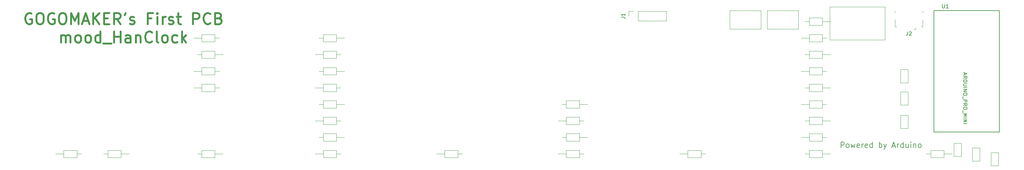
<source format=gbr>
%TF.GenerationSoftware,KiCad,Pcbnew,(5.1.10)-1*%
%TF.CreationDate,2021-07-25T13:07:42+09:00*%
%TF.ProjectId,MHGC,4d484743-2e6b-4696-9361-645f70636258,rev?*%
%TF.SameCoordinates,Original*%
%TF.FileFunction,Legend,Top*%
%TF.FilePolarity,Positive*%
%FSLAX46Y46*%
G04 Gerber Fmt 4.6, Leading zero omitted, Abs format (unit mm)*
G04 Created by KiCad (PCBNEW (5.1.10)-1) date 2021-07-25 13:07:42*
%MOMM*%
%LPD*%
G01*
G04 APERTURE LIST*
%ADD10C,0.200000*%
%ADD11C,0.500000*%
%ADD12C,0.120000*%
%ADD13C,0.127000*%
%ADD14C,0.150000*%
G04 APERTURE END LIST*
D10*
X222822857Y-38778571D02*
X222822857Y-37278571D01*
X223394285Y-37278571D01*
X223537142Y-37350000D01*
X223608571Y-37421428D01*
X223680000Y-37564285D01*
X223680000Y-37778571D01*
X223608571Y-37921428D01*
X223537142Y-37992857D01*
X223394285Y-38064285D01*
X222822857Y-38064285D01*
X224537142Y-38778571D02*
X224394285Y-38707142D01*
X224322857Y-38635714D01*
X224251428Y-38492857D01*
X224251428Y-38064285D01*
X224322857Y-37921428D01*
X224394285Y-37850000D01*
X224537142Y-37778571D01*
X224751428Y-37778571D01*
X224894285Y-37850000D01*
X224965714Y-37921428D01*
X225037142Y-38064285D01*
X225037142Y-38492857D01*
X224965714Y-38635714D01*
X224894285Y-38707142D01*
X224751428Y-38778571D01*
X224537142Y-38778571D01*
X225537142Y-37778571D02*
X225822857Y-38778571D01*
X226108571Y-38064285D01*
X226394285Y-38778571D01*
X226680000Y-37778571D01*
X227822857Y-38707142D02*
X227680000Y-38778571D01*
X227394285Y-38778571D01*
X227251428Y-38707142D01*
X227180000Y-38564285D01*
X227180000Y-37992857D01*
X227251428Y-37850000D01*
X227394285Y-37778571D01*
X227680000Y-37778571D01*
X227822857Y-37850000D01*
X227894285Y-37992857D01*
X227894285Y-38135714D01*
X227180000Y-38278571D01*
X228537142Y-38778571D02*
X228537142Y-37778571D01*
X228537142Y-38064285D02*
X228608571Y-37921428D01*
X228680000Y-37850000D01*
X228822857Y-37778571D01*
X228965714Y-37778571D01*
X230037142Y-38707142D02*
X229894285Y-38778571D01*
X229608571Y-38778571D01*
X229465714Y-38707142D01*
X229394285Y-38564285D01*
X229394285Y-37992857D01*
X229465714Y-37850000D01*
X229608571Y-37778571D01*
X229894285Y-37778571D01*
X230037142Y-37850000D01*
X230108571Y-37992857D01*
X230108571Y-38135714D01*
X229394285Y-38278571D01*
X231394285Y-38778571D02*
X231394285Y-37278571D01*
X231394285Y-38707142D02*
X231251428Y-38778571D01*
X230965714Y-38778571D01*
X230822857Y-38707142D01*
X230751428Y-38635714D01*
X230680000Y-38492857D01*
X230680000Y-38064285D01*
X230751428Y-37921428D01*
X230822857Y-37850000D01*
X230965714Y-37778571D01*
X231251428Y-37778571D01*
X231394285Y-37850000D01*
X233251428Y-38778571D02*
X233251428Y-37278571D01*
X233251428Y-37850000D02*
X233394285Y-37778571D01*
X233680000Y-37778571D01*
X233822857Y-37850000D01*
X233894285Y-37921428D01*
X233965714Y-38064285D01*
X233965714Y-38492857D01*
X233894285Y-38635714D01*
X233822857Y-38707142D01*
X233680000Y-38778571D01*
X233394285Y-38778571D01*
X233251428Y-38707142D01*
X234465714Y-37778571D02*
X234822857Y-38778571D01*
X235180000Y-37778571D02*
X234822857Y-38778571D01*
X234680000Y-39135714D01*
X234608571Y-39207142D01*
X234465714Y-39278571D01*
X236822857Y-38350000D02*
X237537142Y-38350000D01*
X236680000Y-38778571D02*
X237180000Y-37278571D01*
X237680000Y-38778571D01*
X238180000Y-38778571D02*
X238180000Y-37778571D01*
X238180000Y-38064285D02*
X238251428Y-37921428D01*
X238322857Y-37850000D01*
X238465714Y-37778571D01*
X238608571Y-37778571D01*
X239751428Y-38778571D02*
X239751428Y-37278571D01*
X239751428Y-38707142D02*
X239608571Y-38778571D01*
X239322857Y-38778571D01*
X239180000Y-38707142D01*
X239108571Y-38635714D01*
X239037142Y-38492857D01*
X239037142Y-38064285D01*
X239108571Y-37921428D01*
X239180000Y-37850000D01*
X239322857Y-37778571D01*
X239608571Y-37778571D01*
X239751428Y-37850000D01*
X241108571Y-37778571D02*
X241108571Y-38778571D01*
X240465714Y-37778571D02*
X240465714Y-38564285D01*
X240537142Y-38707142D01*
X240680000Y-38778571D01*
X240894285Y-38778571D01*
X241037142Y-38707142D01*
X241108571Y-38635714D01*
X241822857Y-38778571D02*
X241822857Y-37778571D01*
X241822857Y-37278571D02*
X241751428Y-37350000D01*
X241822857Y-37421428D01*
X241894285Y-37350000D01*
X241822857Y-37278571D01*
X241822857Y-37421428D01*
X242537142Y-37778571D02*
X242537142Y-38778571D01*
X242537142Y-37921428D02*
X242608571Y-37850000D01*
X242751428Y-37778571D01*
X242965714Y-37778571D01*
X243108571Y-37850000D01*
X243180000Y-37992857D01*
X243180000Y-38778571D01*
X244108571Y-38778571D02*
X243965714Y-38707142D01*
X243894285Y-38635714D01*
X243822857Y-38492857D01*
X243822857Y-38064285D01*
X243894285Y-37921428D01*
X243965714Y-37850000D01*
X244108571Y-37778571D01*
X244322857Y-37778571D01*
X244465714Y-37850000D01*
X244537142Y-37921428D01*
X244608571Y-38064285D01*
X244608571Y-38492857D01*
X244537142Y-38635714D01*
X244465714Y-38707142D01*
X244322857Y-38778571D01*
X244108571Y-38778571D01*
D11*
X3011428Y-2350000D02*
X2725714Y-2207142D01*
X2297142Y-2207142D01*
X1868571Y-2350000D01*
X1582857Y-2635714D01*
X1440000Y-2921428D01*
X1297142Y-3492857D01*
X1297142Y-3921428D01*
X1440000Y-4492857D01*
X1582857Y-4778571D01*
X1868571Y-5064285D01*
X2297142Y-5207142D01*
X2582857Y-5207142D01*
X3011428Y-5064285D01*
X3154285Y-4921428D01*
X3154285Y-3921428D01*
X2582857Y-3921428D01*
X5011428Y-2207142D02*
X5582857Y-2207142D01*
X5868571Y-2350000D01*
X6154285Y-2635714D01*
X6297142Y-3207142D01*
X6297142Y-4207142D01*
X6154285Y-4778571D01*
X5868571Y-5064285D01*
X5582857Y-5207142D01*
X5011428Y-5207142D01*
X4725714Y-5064285D01*
X4440000Y-4778571D01*
X4297142Y-4207142D01*
X4297142Y-3207142D01*
X4440000Y-2635714D01*
X4725714Y-2350000D01*
X5011428Y-2207142D01*
X9154285Y-2350000D02*
X8868571Y-2207142D01*
X8440000Y-2207142D01*
X8011428Y-2350000D01*
X7725714Y-2635714D01*
X7582857Y-2921428D01*
X7440000Y-3492857D01*
X7440000Y-3921428D01*
X7582857Y-4492857D01*
X7725714Y-4778571D01*
X8011428Y-5064285D01*
X8440000Y-5207142D01*
X8725714Y-5207142D01*
X9154285Y-5064285D01*
X9297142Y-4921428D01*
X9297142Y-3921428D01*
X8725714Y-3921428D01*
X11154285Y-2207142D02*
X11725714Y-2207142D01*
X12011428Y-2350000D01*
X12297142Y-2635714D01*
X12440000Y-3207142D01*
X12440000Y-4207142D01*
X12297142Y-4778571D01*
X12011428Y-5064285D01*
X11725714Y-5207142D01*
X11154285Y-5207142D01*
X10868571Y-5064285D01*
X10582857Y-4778571D01*
X10440000Y-4207142D01*
X10440000Y-3207142D01*
X10582857Y-2635714D01*
X10868571Y-2350000D01*
X11154285Y-2207142D01*
X13725714Y-5207142D02*
X13725714Y-2207142D01*
X14725714Y-4350000D01*
X15725714Y-2207142D01*
X15725714Y-5207142D01*
X17011428Y-4350000D02*
X18440000Y-4350000D01*
X16725714Y-5207142D02*
X17725714Y-2207142D01*
X18725714Y-5207142D01*
X19725714Y-5207142D02*
X19725714Y-2207142D01*
X21440000Y-5207142D02*
X20154285Y-3492857D01*
X21440000Y-2207142D02*
X19725714Y-3921428D01*
X22725714Y-3635714D02*
X23725714Y-3635714D01*
X24154285Y-5207142D02*
X22725714Y-5207142D01*
X22725714Y-2207142D01*
X24154285Y-2207142D01*
X27154285Y-5207142D02*
X26154285Y-3778571D01*
X25439999Y-5207142D02*
X25439999Y-2207142D01*
X26582857Y-2207142D01*
X26868571Y-2350000D01*
X27011428Y-2492857D01*
X27154285Y-2778571D01*
X27154285Y-3207142D01*
X27011428Y-3492857D01*
X26868571Y-3635714D01*
X26582857Y-3778571D01*
X25439999Y-3778571D01*
X28582857Y-2207142D02*
X28297142Y-2778571D01*
X29725714Y-5064285D02*
X30011428Y-5207142D01*
X30582857Y-5207142D01*
X30868571Y-5064285D01*
X31011428Y-4778571D01*
X31011428Y-4635714D01*
X30868571Y-4350000D01*
X30582857Y-4207142D01*
X30154285Y-4207142D01*
X29868571Y-4064285D01*
X29725714Y-3778571D01*
X29725714Y-3635714D01*
X29868571Y-3350000D01*
X30154285Y-3207142D01*
X30582857Y-3207142D01*
X30868571Y-3350000D01*
X35582857Y-3635714D02*
X34582857Y-3635714D01*
X34582857Y-5207142D02*
X34582857Y-2207142D01*
X36011428Y-2207142D01*
X37154285Y-5207142D02*
X37154285Y-3207142D01*
X37154285Y-2207142D02*
X37011428Y-2350000D01*
X37154285Y-2492857D01*
X37297142Y-2350000D01*
X37154285Y-2207142D01*
X37154285Y-2492857D01*
X38582857Y-5207142D02*
X38582857Y-3207142D01*
X38582857Y-3778571D02*
X38725714Y-3492857D01*
X38868571Y-3350000D01*
X39154285Y-3207142D01*
X39440000Y-3207142D01*
X40297142Y-5064285D02*
X40582857Y-5207142D01*
X41154285Y-5207142D01*
X41440000Y-5064285D01*
X41582857Y-4778571D01*
X41582857Y-4635714D01*
X41440000Y-4350000D01*
X41154285Y-4207142D01*
X40725714Y-4207142D01*
X40440000Y-4064285D01*
X40297142Y-3778571D01*
X40297142Y-3635714D01*
X40440000Y-3350000D01*
X40725714Y-3207142D01*
X41154285Y-3207142D01*
X41440000Y-3350000D01*
X42440000Y-3207142D02*
X43582857Y-3207142D01*
X42868571Y-2207142D02*
X42868571Y-4778571D01*
X43011428Y-5064285D01*
X43297142Y-5207142D01*
X43582857Y-5207142D01*
X46868571Y-5207142D02*
X46868571Y-2207142D01*
X48011428Y-2207142D01*
X48297142Y-2350000D01*
X48440000Y-2492857D01*
X48582857Y-2778571D01*
X48582857Y-3207142D01*
X48440000Y-3492857D01*
X48297142Y-3635714D01*
X48011428Y-3778571D01*
X46868571Y-3778571D01*
X51582857Y-4921428D02*
X51440000Y-5064285D01*
X51011428Y-5207142D01*
X50725714Y-5207142D01*
X50297142Y-5064285D01*
X50011428Y-4778571D01*
X49868571Y-4492857D01*
X49725714Y-3921428D01*
X49725714Y-3492857D01*
X49868571Y-2921428D01*
X50011428Y-2635714D01*
X50297142Y-2350000D01*
X50725714Y-2207142D01*
X51011428Y-2207142D01*
X51440000Y-2350000D01*
X51582857Y-2492857D01*
X53868571Y-3635714D02*
X54297142Y-3778571D01*
X54440000Y-3921428D01*
X54582857Y-4207142D01*
X54582857Y-4635714D01*
X54440000Y-4921428D01*
X54297142Y-5064285D01*
X54011428Y-5207142D01*
X52868571Y-5207142D01*
X52868571Y-2207142D01*
X53868571Y-2207142D01*
X54154285Y-2350000D01*
X54297142Y-2492857D01*
X54440000Y-2778571D01*
X54440000Y-3064285D01*
X54297142Y-3350000D01*
X54154285Y-3492857D01*
X53868571Y-3635714D01*
X52868571Y-3635714D01*
X11011428Y-10207142D02*
X11011428Y-8207142D01*
X11011428Y-8492857D02*
X11154285Y-8350000D01*
X11439999Y-8207142D01*
X11868571Y-8207142D01*
X12154285Y-8350000D01*
X12297142Y-8635714D01*
X12297142Y-10207142D01*
X12297142Y-8635714D02*
X12439999Y-8350000D01*
X12725714Y-8207142D01*
X13154285Y-8207142D01*
X13439999Y-8350000D01*
X13582857Y-8635714D01*
X13582857Y-10207142D01*
X15439999Y-10207142D02*
X15154285Y-10064285D01*
X15011428Y-9921428D01*
X14868571Y-9635714D01*
X14868571Y-8778571D01*
X15011428Y-8492857D01*
X15154285Y-8350000D01*
X15439999Y-8207142D01*
X15868571Y-8207142D01*
X16154285Y-8350000D01*
X16297142Y-8492857D01*
X16439999Y-8778571D01*
X16439999Y-9635714D01*
X16297142Y-9921428D01*
X16154285Y-10064285D01*
X15868571Y-10207142D01*
X15439999Y-10207142D01*
X18154285Y-10207142D02*
X17868571Y-10064285D01*
X17725714Y-9921428D01*
X17582857Y-9635714D01*
X17582857Y-8778571D01*
X17725714Y-8492857D01*
X17868571Y-8350000D01*
X18154285Y-8207142D01*
X18582857Y-8207142D01*
X18868571Y-8350000D01*
X19011428Y-8492857D01*
X19154285Y-8778571D01*
X19154285Y-9635714D01*
X19011428Y-9921428D01*
X18868571Y-10064285D01*
X18582857Y-10207142D01*
X18154285Y-10207142D01*
X21725714Y-10207142D02*
X21725714Y-7207142D01*
X21725714Y-10064285D02*
X21440000Y-10207142D01*
X20868571Y-10207142D01*
X20582857Y-10064285D01*
X20440000Y-9921428D01*
X20297142Y-9635714D01*
X20297142Y-8778571D01*
X20440000Y-8492857D01*
X20582857Y-8350000D01*
X20868571Y-8207142D01*
X21440000Y-8207142D01*
X21725714Y-8350000D01*
X22440000Y-10492857D02*
X24725714Y-10492857D01*
X25440000Y-10207142D02*
X25440000Y-7207142D01*
X25440000Y-8635714D02*
X27154285Y-8635714D01*
X27154285Y-10207142D02*
X27154285Y-7207142D01*
X29868571Y-10207142D02*
X29868571Y-8635714D01*
X29725714Y-8350000D01*
X29439999Y-8207142D01*
X28868571Y-8207142D01*
X28582857Y-8350000D01*
X29868571Y-10064285D02*
X29582857Y-10207142D01*
X28868571Y-10207142D01*
X28582857Y-10064285D01*
X28439999Y-9778571D01*
X28439999Y-9492857D01*
X28582857Y-9207142D01*
X28868571Y-9064285D01*
X29582857Y-9064285D01*
X29868571Y-8921428D01*
X31297142Y-8207142D02*
X31297142Y-10207142D01*
X31297142Y-8492857D02*
X31439999Y-8350000D01*
X31725714Y-8207142D01*
X32154285Y-8207142D01*
X32439999Y-8350000D01*
X32582857Y-8635714D01*
X32582857Y-10207142D01*
X35725714Y-9921428D02*
X35582857Y-10064285D01*
X35154285Y-10207142D01*
X34868571Y-10207142D01*
X34439999Y-10064285D01*
X34154285Y-9778571D01*
X34011428Y-9492857D01*
X33868571Y-8921428D01*
X33868571Y-8492857D01*
X34011428Y-7921428D01*
X34154285Y-7635714D01*
X34439999Y-7350000D01*
X34868571Y-7207142D01*
X35154285Y-7207142D01*
X35582857Y-7350000D01*
X35725714Y-7492857D01*
X37439999Y-10207142D02*
X37154285Y-10064285D01*
X37011428Y-9778571D01*
X37011428Y-7207142D01*
X39011428Y-10207142D02*
X38725714Y-10064285D01*
X38582857Y-9921428D01*
X38439999Y-9635714D01*
X38439999Y-8778571D01*
X38582857Y-8492857D01*
X38725714Y-8350000D01*
X39011428Y-8207142D01*
X39439999Y-8207142D01*
X39725714Y-8350000D01*
X39868571Y-8492857D01*
X40011428Y-8778571D01*
X40011428Y-9635714D01*
X39868571Y-9921428D01*
X39725714Y-10064285D01*
X39439999Y-10207142D01*
X39011428Y-10207142D01*
X42582857Y-10064285D02*
X42297142Y-10207142D01*
X41725714Y-10207142D01*
X41439999Y-10064285D01*
X41297142Y-9921428D01*
X41154285Y-9635714D01*
X41154285Y-8778571D01*
X41297142Y-8492857D01*
X41439999Y-8350000D01*
X41725714Y-8207142D01*
X42297142Y-8207142D01*
X42582857Y-8350000D01*
X43868571Y-10207142D02*
X43868571Y-7207142D01*
X44154285Y-9064285D02*
X45011428Y-10207142D01*
X45011428Y-8207142D02*
X43868571Y-9350000D01*
D12*
%TO.C,J2*%
X243060000Y-6190000D02*
X243060000Y-6640000D01*
X242610000Y-6640000D02*
X243060000Y-6640000D01*
X245060000Y-5960000D02*
X244640000Y-5960000D01*
X245060000Y-3980000D02*
X245060000Y-5960000D01*
X245060000Y-1610000D02*
X245060000Y-2010000D01*
X237540000Y-2010000D02*
X237540000Y-1610000D01*
X237540000Y-5960000D02*
X237960000Y-5960000D01*
X237540000Y-3980000D02*
X237540000Y-5960000D01*
%TO.C,D14*%
X148200000Y-30500000D02*
X148200000Y-32500000D01*
X151800000Y-32500000D02*
X148200000Y-32500000D01*
X151800000Y-30500000D02*
X151800000Y-32500000D01*
X148200000Y-30500000D02*
X151800000Y-30500000D01*
X153000000Y-31500000D02*
X151800000Y-31500000D01*
X148200000Y-31500000D02*
X146000000Y-31500000D01*
D13*
%TO.C,U1*%
X265890000Y-1490000D02*
X248110000Y-1490000D01*
X265890000Y-34510000D02*
X265890000Y-1490000D01*
X248110000Y-34510000D02*
X265890000Y-34510000D01*
X248110000Y-1490000D02*
X248110000Y-34510000D01*
D12*
%TO.C,D11*%
X181200000Y-39500000D02*
X181200000Y-41500000D01*
X184800000Y-41500000D02*
X181200000Y-41500000D01*
X184800000Y-39500000D02*
X184800000Y-41500000D01*
X181200000Y-39500000D02*
X184800000Y-39500000D01*
X186000000Y-40500000D02*
X184800000Y-40500000D01*
X181200000Y-40500000D02*
X179000000Y-40500000D01*
%TO.C,D1*%
X217800000Y-41500000D02*
X217800000Y-39500000D01*
X214200000Y-39500000D02*
X217800000Y-39500000D01*
X214200000Y-41500000D02*
X214200000Y-39500000D01*
X217800000Y-41500000D02*
X214200000Y-41500000D01*
X213000000Y-40500000D02*
X214200000Y-40500000D01*
X217800000Y-40500000D02*
X220000000Y-40500000D01*
%TO.C,D2*%
X214200000Y-35000000D02*
X214200000Y-37000000D01*
X217800000Y-37000000D02*
X214200000Y-37000000D01*
X217800000Y-35000000D02*
X217800000Y-37000000D01*
X214200000Y-35000000D02*
X217800000Y-35000000D01*
X219000000Y-36000000D02*
X217800000Y-36000000D01*
X214200000Y-36000000D02*
X212000000Y-36000000D01*
%TO.C,D3*%
X217800000Y-32500000D02*
X217800000Y-30500000D01*
X214200000Y-30500000D02*
X217800000Y-30500000D01*
X214200000Y-32500000D02*
X214200000Y-30500000D01*
X217800000Y-32500000D02*
X214200000Y-32500000D01*
X213000000Y-31500000D02*
X214200000Y-31500000D01*
X217800000Y-31500000D02*
X220000000Y-31500000D01*
%TO.C,D4*%
X214200000Y-26000000D02*
X214200000Y-28000000D01*
X217800000Y-28000000D02*
X214200000Y-28000000D01*
X217800000Y-26000000D02*
X217800000Y-28000000D01*
X214200000Y-26000000D02*
X217800000Y-26000000D01*
X219000000Y-27000000D02*
X217800000Y-27000000D01*
X214200000Y-27000000D02*
X212000000Y-27000000D01*
%TO.C,D5*%
X217800000Y-23500000D02*
X217800000Y-21500000D01*
X214200000Y-21500000D02*
X217800000Y-21500000D01*
X214200000Y-23500000D02*
X214200000Y-21500000D01*
X217800000Y-23500000D02*
X214200000Y-23500000D01*
X213000000Y-22500000D02*
X214200000Y-22500000D01*
X217800000Y-22500000D02*
X220000000Y-22500000D01*
%TO.C,D6*%
X214200000Y-17000000D02*
X214200000Y-19000000D01*
X217800000Y-19000000D02*
X214200000Y-19000000D01*
X217800000Y-17000000D02*
X217800000Y-19000000D01*
X214200000Y-17000000D02*
X217800000Y-17000000D01*
X219000000Y-18000000D02*
X217800000Y-18000000D01*
X214200000Y-18000000D02*
X212000000Y-18000000D01*
%TO.C,D7*%
X217800000Y-14500000D02*
X217800000Y-12500000D01*
X214200000Y-12500000D02*
X217800000Y-12500000D01*
X214200000Y-14500000D02*
X214200000Y-12500000D01*
X217800000Y-14500000D02*
X214200000Y-14500000D01*
X213000000Y-13500000D02*
X214200000Y-13500000D01*
X217800000Y-13500000D02*
X220000000Y-13500000D01*
%TO.C,D8*%
X214200000Y-8000000D02*
X214200000Y-10000000D01*
X217800000Y-10000000D02*
X214200000Y-10000000D01*
X217800000Y-8000000D02*
X217800000Y-10000000D01*
X214200000Y-8000000D02*
X217800000Y-8000000D01*
X219000000Y-9000000D02*
X217800000Y-9000000D01*
X214200000Y-9000000D02*
X212000000Y-9000000D01*
%TO.C,D9*%
X217800000Y-5500000D02*
X217800000Y-3500000D01*
X214200000Y-3500000D02*
X217800000Y-3500000D01*
X214200000Y-5500000D02*
X214200000Y-3500000D01*
X217800000Y-5500000D02*
X214200000Y-5500000D01*
X213000000Y-4500000D02*
X214200000Y-4500000D01*
X217800000Y-4500000D02*
X220000000Y-4500000D01*
%TO.C,D10*%
X250800000Y-41500000D02*
X250800000Y-39500000D01*
X247200000Y-39500000D02*
X250800000Y-39500000D01*
X247200000Y-41500000D02*
X247200000Y-39500000D01*
X250800000Y-41500000D02*
X247200000Y-41500000D01*
X246000000Y-40500000D02*
X247200000Y-40500000D01*
X250800000Y-40500000D02*
X253000000Y-40500000D01*
%TO.C,D12*%
X148200000Y-39500000D02*
X148200000Y-41500000D01*
X151800000Y-41500000D02*
X148200000Y-41500000D01*
X151800000Y-39500000D02*
X151800000Y-41500000D01*
X148200000Y-39500000D02*
X151800000Y-39500000D01*
X153000000Y-40500000D02*
X151800000Y-40500000D01*
X148200000Y-40500000D02*
X146000000Y-40500000D01*
%TO.C,D13*%
X151800000Y-37000000D02*
X151800000Y-35000000D01*
X148200000Y-35000000D02*
X151800000Y-35000000D01*
X148200000Y-37000000D02*
X148200000Y-35000000D01*
X151800000Y-37000000D02*
X148200000Y-37000000D01*
X147000000Y-36000000D02*
X148200000Y-36000000D01*
X151800000Y-36000000D02*
X154000000Y-36000000D01*
%TO.C,D15*%
X151800000Y-28000000D02*
X151800000Y-26000000D01*
X148200000Y-26000000D02*
X151800000Y-26000000D01*
X148200000Y-28000000D02*
X148200000Y-26000000D01*
X151800000Y-28000000D02*
X148200000Y-28000000D01*
X147000000Y-27000000D02*
X148200000Y-27000000D01*
X151800000Y-27000000D02*
X154000000Y-27000000D01*
%TO.C,D16*%
X82200000Y-39500000D02*
X82200000Y-41500000D01*
X85800000Y-41500000D02*
X82200000Y-41500000D01*
X85800000Y-39500000D02*
X85800000Y-41500000D01*
X82200000Y-39500000D02*
X85800000Y-39500000D01*
X87000000Y-40500000D02*
X85800000Y-40500000D01*
X82200000Y-40500000D02*
X80000000Y-40500000D01*
%TO.C,D17*%
X85800000Y-37000000D02*
X85800000Y-35000000D01*
X82200000Y-35000000D02*
X85800000Y-35000000D01*
X82200000Y-37000000D02*
X82200000Y-35000000D01*
X85800000Y-37000000D02*
X82200000Y-37000000D01*
X81000000Y-36000000D02*
X82200000Y-36000000D01*
X85800000Y-36000000D02*
X88000000Y-36000000D01*
%TO.C,D18*%
X82200000Y-30500000D02*
X82200000Y-32500000D01*
X85800000Y-32500000D02*
X82200000Y-32500000D01*
X85800000Y-30500000D02*
X85800000Y-32500000D01*
X82200000Y-30500000D02*
X85800000Y-30500000D01*
X87000000Y-31500000D02*
X85800000Y-31500000D01*
X82200000Y-31500000D02*
X80000000Y-31500000D01*
%TO.C,D19*%
X85800000Y-28000000D02*
X85800000Y-26000000D01*
X82200000Y-26000000D02*
X85800000Y-26000000D01*
X82200000Y-28000000D02*
X82200000Y-26000000D01*
X85800000Y-28000000D02*
X82200000Y-28000000D01*
X81000000Y-27000000D02*
X82200000Y-27000000D01*
X85800000Y-27000000D02*
X88000000Y-27000000D01*
%TO.C,D20*%
X82200000Y-21500000D02*
X82200000Y-23500000D01*
X85800000Y-23500000D02*
X82200000Y-23500000D01*
X85800000Y-21500000D02*
X85800000Y-23500000D01*
X82200000Y-21500000D02*
X85800000Y-21500000D01*
X87000000Y-22500000D02*
X85800000Y-22500000D01*
X82200000Y-22500000D02*
X80000000Y-22500000D01*
%TO.C,D21*%
X85800000Y-19000000D02*
X85800000Y-17000000D01*
X82200000Y-17000000D02*
X85800000Y-17000000D01*
X82200000Y-19000000D02*
X82200000Y-17000000D01*
X85800000Y-19000000D02*
X82200000Y-19000000D01*
X81000000Y-18000000D02*
X82200000Y-18000000D01*
X85800000Y-18000000D02*
X88000000Y-18000000D01*
%TO.C,D22*%
X82200000Y-12500000D02*
X82200000Y-14500000D01*
X85800000Y-14500000D02*
X82200000Y-14500000D01*
X85800000Y-12500000D02*
X85800000Y-14500000D01*
X82200000Y-12500000D02*
X85800000Y-12500000D01*
X87000000Y-13500000D02*
X85800000Y-13500000D01*
X82200000Y-13500000D02*
X80000000Y-13500000D01*
%TO.C,D23*%
X85800000Y-10000000D02*
X85800000Y-8000000D01*
X82200000Y-8000000D02*
X85800000Y-8000000D01*
X82200000Y-10000000D02*
X82200000Y-8000000D01*
X85800000Y-10000000D02*
X82200000Y-10000000D01*
X81000000Y-9000000D02*
X82200000Y-9000000D01*
X85800000Y-9000000D02*
X88000000Y-9000000D01*
%TO.C,D24*%
X49200000Y-21500000D02*
X49200000Y-23500000D01*
X52800000Y-23500000D02*
X49200000Y-23500000D01*
X52800000Y-21500000D02*
X52800000Y-23500000D01*
X49200000Y-21500000D02*
X52800000Y-21500000D01*
X54000000Y-22500000D02*
X52800000Y-22500000D01*
X49200000Y-22500000D02*
X47000000Y-22500000D01*
%TO.C,D25*%
X49200000Y-8000000D02*
X49200000Y-10000000D01*
X52800000Y-10000000D02*
X49200000Y-10000000D01*
X52800000Y-8000000D02*
X52800000Y-10000000D01*
X49200000Y-8000000D02*
X52800000Y-8000000D01*
X54000000Y-9000000D02*
X52800000Y-9000000D01*
X49200000Y-9000000D02*
X47000000Y-9000000D01*
%TO.C,D26*%
X52800000Y-14500000D02*
X52800000Y-12500000D01*
X49200000Y-12500000D02*
X52800000Y-12500000D01*
X49200000Y-14500000D02*
X49200000Y-12500000D01*
X52800000Y-14500000D02*
X49200000Y-14500000D01*
X48000000Y-13500000D02*
X49200000Y-13500000D01*
X52800000Y-13500000D02*
X55000000Y-13500000D01*
%TO.C,D27*%
X49200000Y-17000000D02*
X49200000Y-19000000D01*
X52800000Y-19000000D02*
X49200000Y-19000000D01*
X52800000Y-17000000D02*
X52800000Y-19000000D01*
X49200000Y-17000000D02*
X52800000Y-17000000D01*
X54000000Y-18000000D02*
X52800000Y-18000000D01*
X49200000Y-18000000D02*
X47000000Y-18000000D01*
%TO.C,D28*%
X11700000Y-39500000D02*
X11700000Y-41500000D01*
X15300000Y-41500000D02*
X11700000Y-41500000D01*
X15300000Y-39500000D02*
X15300000Y-41500000D01*
X11700000Y-39500000D02*
X15300000Y-39500000D01*
X16500000Y-40500000D02*
X15300000Y-40500000D01*
X11700000Y-40500000D02*
X9500000Y-40500000D01*
%TO.C,D29*%
X27300000Y-41500000D02*
X27300000Y-39500000D01*
X23700000Y-39500000D02*
X27300000Y-39500000D01*
X23700000Y-41500000D02*
X23700000Y-39500000D01*
X27300000Y-41500000D02*
X23700000Y-41500000D01*
X22500000Y-40500000D02*
X23700000Y-40500000D01*
X27300000Y-40500000D02*
X29500000Y-40500000D01*
%TO.C,D30*%
X52800000Y-41500000D02*
X52800000Y-39500000D01*
X49200000Y-39500000D02*
X52800000Y-39500000D01*
X49200000Y-41500000D02*
X49200000Y-39500000D01*
X52800000Y-41500000D02*
X49200000Y-41500000D01*
X48000000Y-40500000D02*
X49200000Y-40500000D01*
X52800000Y-40500000D02*
X55000000Y-40500000D01*
%TO.C,D31*%
X115200000Y-39500000D02*
X115200000Y-41500000D01*
X118800000Y-41500000D02*
X115200000Y-41500000D01*
X118800000Y-39500000D02*
X118800000Y-41500000D01*
X115200000Y-39500000D02*
X118800000Y-39500000D01*
X120000000Y-40500000D02*
X118800000Y-40500000D01*
X115200000Y-40500000D02*
X113000000Y-40500000D01*
%TO.C,RV1*%
X234830000Y-9500000D02*
X234830000Y-500000D01*
X219830000Y-9500000D02*
X219830000Y-500000D01*
X234830000Y-500000D02*
X219830000Y-500000D01*
X234830000Y-9500000D02*
X219830000Y-9500000D01*
%TO.C,J1*%
X165170000Y-3000000D02*
X165170000Y-1670000D01*
X165170000Y-1670000D02*
X166500000Y-1670000D01*
X167770000Y-1670000D02*
X175450000Y-1670000D01*
X175450000Y-4330000D02*
X175450000Y-1670000D01*
X167770000Y-4330000D02*
X175450000Y-4330000D01*
X167770000Y-4330000D02*
X167770000Y-1670000D01*
%TO.C,R1*%
X241030000Y-21150000D02*
X241030000Y-17550000D01*
X239030000Y-21150000D02*
X241030000Y-21150000D01*
X239030000Y-17550000D02*
X239030000Y-21150000D01*
X241030000Y-17550000D02*
X239030000Y-17550000D01*
%TO.C,R2*%
X241030000Y-27200000D02*
X241030000Y-23600000D01*
X239030000Y-27200000D02*
X241030000Y-27200000D01*
X239030000Y-23600000D02*
X239030000Y-27200000D01*
X241030000Y-23600000D02*
X239030000Y-23600000D01*
%TO.C,R3*%
X241030000Y-33550000D02*
X241030000Y-29950000D01*
X239030000Y-33550000D02*
X241030000Y-33550000D01*
X239030000Y-29950000D02*
X239030000Y-33550000D01*
X241030000Y-29950000D02*
X239030000Y-29950000D01*
%TO.C,R4*%
X255500000Y-41170000D02*
X255500000Y-37570000D01*
X253500000Y-41170000D02*
X255500000Y-41170000D01*
X253500000Y-37570000D02*
X253500000Y-41170000D01*
X255500000Y-37570000D02*
X253500000Y-37570000D01*
%TO.C,R5*%
X265620000Y-43710000D02*
X265620000Y-40110000D01*
X263620000Y-43710000D02*
X265620000Y-43710000D01*
X263620000Y-40110000D02*
X263620000Y-43710000D01*
X265620000Y-40110000D02*
X263620000Y-40110000D01*
%TO.C,R6*%
X260500000Y-42440000D02*
X260500000Y-38840000D01*
X258500000Y-42440000D02*
X260500000Y-42440000D01*
X258500000Y-38840000D02*
X258500000Y-42440000D01*
X260500000Y-38840000D02*
X258500000Y-38840000D01*
%TO.C,SW1*%
X211260000Y-1500000D02*
X211260000Y-6500000D01*
X202760000Y-1500000D02*
X211260000Y-1500000D01*
X202760000Y-6500000D02*
X202760000Y-1500000D01*
X211260000Y-6500000D02*
X202760000Y-6500000D01*
%TO.C,SW2*%
X201100000Y-1500000D02*
X201100000Y-6500000D01*
X192600000Y-1500000D02*
X201100000Y-1500000D01*
X192600000Y-6500000D02*
X192600000Y-1500000D01*
X201100000Y-6500000D02*
X192600000Y-6500000D01*
%TO.C,J2*%
D14*
X240966666Y-7252380D02*
X240966666Y-7966666D01*
X240919047Y-8109523D01*
X240823809Y-8204761D01*
X240680952Y-8252380D01*
X240585714Y-8252380D01*
X241395238Y-7347619D02*
X241442857Y-7300000D01*
X241538095Y-7252380D01*
X241776190Y-7252380D01*
X241871428Y-7300000D01*
X241919047Y-7347619D01*
X241966666Y-7442857D01*
X241966666Y-7538095D01*
X241919047Y-7680952D01*
X241347619Y-8252380D01*
X241966666Y-8252380D01*
%TO.C,U1*%
X250413095Y182619D02*
X250413095Y-626904D01*
X250460714Y-722142D01*
X250508333Y-769761D01*
X250603571Y-817380D01*
X250794047Y-817380D01*
X250889285Y-769761D01*
X250936904Y-722142D01*
X250984523Y-626904D01*
X250984523Y182619D01*
X251984523Y-817380D02*
X251413095Y-817380D01*
X251698809Y-817380D02*
X251698809Y182619D01*
X251603571Y39761D01*
X251508333Y-55476D01*
X251413095Y-103095D01*
X256373333Y-18495238D02*
X256373333Y-18971428D01*
X256087619Y-18400000D02*
X257087619Y-18733333D01*
X256087619Y-19066666D01*
X256087619Y-19971428D02*
X256563809Y-19638095D01*
X256087619Y-19400000D02*
X257087619Y-19400000D01*
X257087619Y-19780952D01*
X257040000Y-19876190D01*
X256992380Y-19923809D01*
X256897142Y-19971428D01*
X256754285Y-19971428D01*
X256659047Y-19923809D01*
X256611428Y-19876190D01*
X256563809Y-19780952D01*
X256563809Y-19400000D01*
X256087619Y-20400000D02*
X257087619Y-20400000D01*
X257087619Y-20638095D01*
X257040000Y-20780952D01*
X256944761Y-20876190D01*
X256849523Y-20923809D01*
X256659047Y-20971428D01*
X256516190Y-20971428D01*
X256325714Y-20923809D01*
X256230476Y-20876190D01*
X256135238Y-20780952D01*
X256087619Y-20638095D01*
X256087619Y-20400000D01*
X257087619Y-21400000D02*
X256278095Y-21400000D01*
X256182857Y-21447619D01*
X256135238Y-21495238D01*
X256087619Y-21590476D01*
X256087619Y-21780952D01*
X256135238Y-21876190D01*
X256182857Y-21923809D01*
X256278095Y-21971428D01*
X257087619Y-21971428D01*
X256087619Y-22447619D02*
X257087619Y-22447619D01*
X256087619Y-22923809D02*
X257087619Y-22923809D01*
X256087619Y-23495238D01*
X257087619Y-23495238D01*
X257087619Y-24161904D02*
X257087619Y-24352380D01*
X257040000Y-24447619D01*
X256944761Y-24542857D01*
X256754285Y-24590476D01*
X256420952Y-24590476D01*
X256230476Y-24542857D01*
X256135238Y-24447619D01*
X256087619Y-24352380D01*
X256087619Y-24161904D01*
X256135238Y-24066666D01*
X256230476Y-23971428D01*
X256420952Y-23923809D01*
X256754285Y-23923809D01*
X256944761Y-23971428D01*
X257040000Y-24066666D01*
X257087619Y-24161904D01*
X255992380Y-24780952D02*
X255992380Y-25542857D01*
X256087619Y-25780952D02*
X257087619Y-25780952D01*
X257087619Y-26161904D01*
X257040000Y-26257142D01*
X256992380Y-26304761D01*
X256897142Y-26352380D01*
X256754285Y-26352380D01*
X256659047Y-26304761D01*
X256611428Y-26257142D01*
X256563809Y-26161904D01*
X256563809Y-25780952D01*
X256087619Y-27352380D02*
X256563809Y-27019047D01*
X256087619Y-26780952D02*
X257087619Y-26780952D01*
X257087619Y-27161904D01*
X257040000Y-27257142D01*
X256992380Y-27304761D01*
X256897142Y-27352380D01*
X256754285Y-27352380D01*
X256659047Y-27304761D01*
X256611428Y-27257142D01*
X256563809Y-27161904D01*
X256563809Y-26780952D01*
X257087619Y-27971428D02*
X257087619Y-28161904D01*
X257040000Y-28257142D01*
X256944761Y-28352380D01*
X256754285Y-28400000D01*
X256420952Y-28400000D01*
X256230476Y-28352380D01*
X256135238Y-28257142D01*
X256087619Y-28161904D01*
X256087619Y-27971428D01*
X256135238Y-27876190D01*
X256230476Y-27780952D01*
X256420952Y-27733333D01*
X256754285Y-27733333D01*
X256944761Y-27780952D01*
X257040000Y-27876190D01*
X257087619Y-27971428D01*
X255992380Y-28590476D02*
X255992380Y-29352380D01*
X256087619Y-29590476D02*
X257087619Y-29590476D01*
X256373333Y-29923809D01*
X257087619Y-30257142D01*
X256087619Y-30257142D01*
X256087619Y-30733333D02*
X257087619Y-30733333D01*
X256087619Y-31209523D02*
X257087619Y-31209523D01*
X256087619Y-31780952D01*
X257087619Y-31780952D01*
X256087619Y-32257142D02*
X257087619Y-32257142D01*
%TO.C,J1*%
X163182380Y-3333333D02*
X163896666Y-3333333D01*
X164039523Y-3380952D01*
X164134761Y-3476190D01*
X164182380Y-3619047D01*
X164182380Y-3714285D01*
X164182380Y-2333333D02*
X164182380Y-2904761D01*
X164182380Y-2619047D02*
X163182380Y-2619047D01*
X163325238Y-2714285D01*
X163420476Y-2809523D01*
X163468095Y-2904761D01*
%TD*%
M02*

</source>
